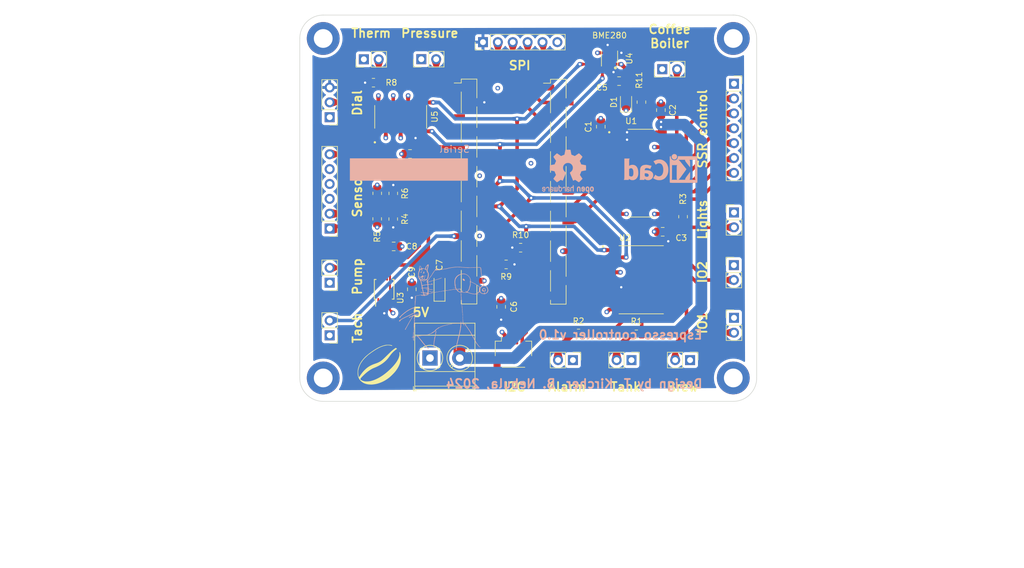
<source format=kicad_pcb>
(kicad_pcb (version 20221018) (generator pcbnew)
  (layers (0 "F.Cu" signal) (1 "In1.Cu" signal) (2 "In2.Cu" signal) (31 "B.Cu" signal) (34 "B.Paste" user) (35 "F.Paste" user) (36 "B.SilkS" user "B.Silkscreen") (37 "F.SilkS" user "F.Silkscreen") (38 "B.Mask" user) (39 "F.Mask" user) (44 "Edge.Cuts" user))
  (net 0 "")
  (net 1 "5V_IN")
  (net 2 "GND")
  (net 3 "+3V3")
  (net 4 "SPI_SCLK")
  (net 5 "Group head thermistor")
  (net 6 "Dial potentiometer")
  (net 7 "Pressurestat")
  (net 8 "Brew button")
  (net 9 "I2C_SDA")
  (net 10 "I2C_SCL")
  (net 11 "Boiler level sensor")
  (net 12 "Tank level sensor")
  (net 13 "Alarm LED")
  (net 14 "Tank LED")
  (net 15 "SPI_CS")
  (net 16 "SPI_MOSI")
  (net 17 "SPI_MISO")
  (net 18 "Net-(J3-Pin_2)")
  (net 19 "Net-(J4-Pin_2)")
  (net 20 "Fill valve control")
  (net 21 "Water valve control")
  (net 22 "Steam boiler control")
  (net 23 "Water pump control")
  (net 24 "Brew lights")
  (net 25 "Coffee boiler control")
  (net 26 "Net-(J2-Pin_2)")
  (net 30 "Net-(J11-~D3)")
  (net 31 "Net-(J11-D4)")
  (net 32 "Net-(J11-~D5)")
  (net 33 "Net-(J11-~D6)")
  (net 34 "Net-(J11-D7)")
  (net 35 "Net-(J11-D8)")
  (net 36 "Net-(J11-~D9)")
  (net 38 "I{slash}O interrupt")
  (net 39 "Water pressure sensor")
  (net 43 "Accessory 2")
  (net 45 "Status LED")
  (net 46 "Net-(D1-A)")
  (net 48 "Brew lights control")
  (net 49 "Accessory 1")
  (net 50 "Net-(J19-Pin_2)")
  (net 52 "Net-(J15-Pin_2)")
  (net 53 "Net-(U3-VREF)")
  (net 54 "Pump control")
  (net 56 "Tachometer")
  (footprint "Espresso_footprints:Arduino_Nano_33_IoT_SMD" (layer "F.Cu") (at 138.39 83.41)
    (fp_text reference "J11" hide)
    (fp_text value "~" hide)
  )
  (footprint "Espresso_footprints:Tiger rides horse" (layer "F.Cu") (at 126.493937 104.174905)
    (fp_text reference "REF**" hide)
    (fp_text value "Tiger rides horse")
  )
  (footprint "Connector_PinSocket_2.54mm:PinSocket_1x07_P2.54mm_Vertical" (layer "F.Cu") (at 176 65)
    (fp_text reference "J13" hide)
    (fp_text value "Conn_01x07" hide)
  )
  (footprint "Resistor_SMD:R_0805_2012Metric" (layer "F.Cu") (at 139.575 93.025 180)
    (fp_text reference "R10")
    (fp_text value "4.7k" hide)
  )
  (footprint "Espresso_footprints:SOIC127P600X175-14N" (layer "F.Cu") (at 119.1 70.6625 90)
    (fp_text reference "U5")
    (fp_text value "MCP3428-E_SL" hide)
  )
  (footprint "Capacitor_SMD:C_0805_2012Metric" (layer "F.Cu") (at 163.52 69.51 90)
    (fp_text reference "C2")
    (fp_text value "0.1uF" hide)
  )
  (footprint "Capacitor_Tantalum_SMD:CP_EIA-3216-18_Kemet-A" (layer "F.Cu") (at 125.73 99.85 90)
    (fp_text reference "C7")
    (fp_text value "10uF" hide)
  )
  (footprint "Espresso_footprints:PinHeader_1x02_P2.54mm_Vertical" (layer "F.Cu") (at 163.75 62.52 90)
    (fp_text reference "J1" hide)
    (fp_text value "Conn_01x02" hide)
  )
  (footprint "Espresso_footprints:PinHeader_1x02_P2.54mm_Vertical" (layer "F.Cu") (at 112.81 60.83 90)
    (fp_text reference "J9" hide)
    (fp_text value "Conn_01x02" hide)
  )
  (footprint "Espresso_footprints:PinHeader_1x06_P2.54mm_Vertical_DNP" (layer "F.Cu") (at 133.15 57.9 90)
    (fp_text reference "J8" hide)
    (fp_text value "Conn_01x06" hide)
  )
  (footprint "Resistor_SMD:R_0805_2012Metric" (layer "F.Cu") (at 115.085 88.1 90)
    (fp_text reference "R5")
    (fp_text value "100k" hide)
  )
  (footprint "Resistor_SMD:R_0805_2012Metric" (layer "F.Cu") (at 117.835 83.74 90)
    (fp_text reference "R6")
    (fp_text value "10k" hide)
  )
  (footprint "Espresso_footprints:PinHeader_1x06_P2.54mm_Vertical" (layer "F.Cu") (at 106.975 89.75 180)
    (fp_text reference "J6" hide)
    (fp_text value "Conn_01x06" hide)
  )
  (footprint "Espresso_footprints:SOIC127P1030X265-18N" (layer "F.Cu") (at 160.16 98.5)
    (fp_text reference "U2")
    (fp_text value "MCP23008-E_SO" hide)
  )
  (footprint "Espresso_footprints:PinHeader_1x03_P2.54mm_Vertical" (layer "F.Cu") (at 106.975 70.725 180)
    (fp_text reference "J10" hide)
    (fp_text value "Conn_01x03" hide)
  )
  (footprint "LED_SMD:LED_0805_2012Metric" (layer "F.Cu") (at 157.57 68.1625 90)
    (fp_text reference "D1")
    (fp_text value "LED" hide)
  )
  (footprint "Espresso_footprints:PinHeader_1x02_P2.54mm_Vertical" (layer "F.Cu") (at 175.975 96)
    (fp_text reference "J15" hide)
    (fp_text value "Conn_01x02" hide)
  )
  (footprint "Capacitor_SMD:C_0805_2012Metric" (layer "F.Cu") (at 156.38 64.56)
    (fp_text reference "C5")
    (fp_text value "0.1uF" hide)
  )
  (footprint "Resistor_SMD:R_0805_2012Metric" (layer "F.Cu") (at 117.825 88.12 -90)
    (fp_text reference "R4")
    (fp_text value "10k" hide)
  )
  (footprint "Espresso_footprints:PinHeader_1x02_P2.54mm_Vertical" (layer "F.Cu") (at 176 105)
    (fp_text reference "J19" hide)
    (fp_text value "Conn_01x02" hide)
  )
  (footprint "Resistor_SMD:R_0805_2012Metric" (layer "F.Cu") (at 160.2 68.15 90)
    (fp_text reference "R11")
    (fp_text value "330" hide)
  )
  (footprint "Espresso_footprints:PinHeader_1x02_P2.54mm_Vertical" (layer "F.Cu") (at 122.62 60.81 90)
    (fp_text reference "J14" hide)
    (fp_text value "Conn_01x02" hide)
  )
  (footprint "Capacitor_SMD:C_0805_2012Metric" (layer "F.Cu") (at 136.25 103.125 90)
    (fp_text reference "C6")
    (fp_text value "0.1uF" hide)
  )
  (footprint "Capacitor_SMD:C_0805_2012Metric" (layer "F.Cu") (at 117.9 92.8)
    (fp_text reference "C8")
    (fp_text value "10nF" hide)
  )
  (footprint "Espresso_footprints:PinHeader_1x02_P2.54mm_Vertical" (layer "F.Cu") (at 106.975 99 180)
    (fp_text reference "J16" hide)
    (fp_text value "Conn_01x02" hide)
  )
  (footprint "Resistor_SMD:R_0805_2012Metric" (layer "F.Cu") (at 159.33 107.82)
    (fp_text reference "R1")
    (fp_text value "330" hide)
  )
  (footprint "Espresso_footprints:PinHeader_1x02_P2.54mm_Vertical" (layer "F.Cu") (at 158.5 112.225 -90)
    (fp_text reference "J2" hide)
    (fp_text value "Conn_01x02" hide)
  )
  (footprint "Espresso_footprints:PinHeader_1x02_P2.54mm_Vertical" (layer "F.Cu") (at 148.5 112.225 -90)
    (fp_text reference "J3" hide)
    (fp_text value "Conn_01x02" hide)
  )
  (footprint "Espresso_footprints:PSON65P250X250X100-8N" (layer "F.Cu") (at 154.75 60.7 -90)
    (fp_text reference "U4")
    (fp_text value "BME280")
  )
  (footprint "Capacitor_SMD:C_0805_2012Metric" (layer "F.Cu") (at 120.69 77 180)
    (fp_text reference "C4")
    (fp_text value "0.1uF" hide)
  )
  (footprint "Resistor_SMD:R_0805_2012Metric" (layer "F.Cu") (at 137.1 95.875)
    (fp_text reference "R9")
    (fp_text value "4.7k" hide)
  )
  (footprint "Capacitor_SMD:C_0805_2012Metric" (layer "F.Cu") (at 163.825 90.3 180)
    (fp_text reference "C3")
    (fp_text value "0.1uF" hide)
  )
  (footprint "Package_SO:MSOP-10_3x3mm_P0.5mm" (layer "F.Cu") (at 116.275 100.125 90)
    (fp_text reference "U3")
    (fp_text value "AD5691RxRM" hide)
  )
  (footprint "Espresso_footprints:Terminal_block_01x02" (layer "F.Cu") (at 124.1 111.875)
    (fp_text reference "J12" hide)
    (fp_text value "Screw_Terminal_01x02" hide)
  )
  (footprint "Espresso_footprints:Coffee_bean" (layer "F.Cu") (at 115.675 113.9)
    (fp_text reference "REF**" hide)
    (fp_text value "Coffee_bean")
  )
  (footprint "Espresso_footprints:PinHeader_1x02_P2.54mm_Vertical" (layer "F.Cu") (at 176 87)
    (fp_text reference "J4" hide)
    (fp_text value "Conn_01x02" hide)
  )
  (footprint "Resistor_SMD:R_0805_2012Metric" (layer "F.Cu") (at 114.45 64.825 180)
    (fp_text reference "R8")
    (fp_text value "10k 1%" hide)
  )
  (footprint "Resistor_SMD:R_0805_2012Metric" (layer "F.Cu") (at 167.3 87.725 90)
    (fp_text reference "R3")
    (fp_text value "330" hide)
  )
  (footprint "Connector_JST:JST_SH_SM04B-SRSS-TB_1x04-1MP_P1.00mm_Horizontal" (layer "F.Cu") (at 138.35 110.77)
    (fp_text reference "J7" hide)
    (fp_text value "Conn_01x04" hide)
  )
  (footprint "Espresso_footprints:SOP127P780X200-24N" (layer "F.Cu") (at 160.07 80.28)
    (fp_text reference "U1")
    (fp_text value "~" hide)
  )
  (footprint "Capacitor_SMD:C_0805_2012Metric" (layer "F.Cu") (at 121 100.125 90)
    (fp_text reference "C9")
    (fp_text value "0.1uF" hide)
  )
  (footprint "Resistor_SMD:R_0805_2012Metric" (layer "F.Cu") (at 115.095 83.73 -90)
    (fp_text reference "R7")
    (fp_text value "100k" hide)
  )
  (footprint "Espresso_footprints:PinHeader_1x02_P2.54mm_Vertical" (layer "F.Cu") (at 106.975 108 180)
    (fp_text reference "J17" hide)
    (fp_text value "Conn_01x02" hide)
  )
  (footprint "Capacitor_SMD:C_0805_2012Metric" (layer "F.Cu") (at 153.26 72.35 90)
    (fp_text reference "C1")
    (fp_text value "0.1uF" hide)
  )
  (footprint "Espresso_footprints:PinHeader_1x02_P2.54mm_Vertical" (layer "F.Cu") (at 168.5 112.225 -90)
    (fp_text reference "J5" hide)
    (fp_text value "Conn_01x02" hide)
  )
  (footprint "Resistor_SMD:R_0805_2012Metric" (layer "F.Cu") (at 149.46 107.67)
    (fp_text reference "R2")
    (fp_text value "330" hide)
  )
  (footprint "Symbol:KiCad-Logo_5mm_SilkScreen" (layer "B.Cu") (at 163.475 80 180)
    (fp_text reference "REF**" hide)
    (fp_text value "KiCad-Logo_5mm_SilkScreen" hide)
  )
  (footprint "Symbol:OSHW-Logo2_9.8x8mm_SilkScreen" (layer "B.Cu") (at 147.65 80 180)
    (fp_text reference "REF**" hide)
    (fp_text value "OSHW-Logo2_9.8x8mm_SilkScreen" hide)
  )
  (gr_rect (start 110.5 77.825) (end 130.5 81.5) (stroke (width 0.15)) (fill solid) (layer "B.SilkS"))
  (gr_arc (start 175.875 53.275) (mid 178.703428 54.446572) (end 179.875 57.275) (stroke (width 0.1)) (layer "Edge.Cuts"))
  (gr_arc (start 101.875 57.275) (mid 103.046572 54.446572) (end 105.875 53.275) (stroke (width 0.1)) (layer "Edge.Cuts"))
  (gr_line (start 101.875 57.275) (end 101.875 115.275) (stroke (width 0.1)) (layer "Edge.Cuts"))
  (gr_line (start 105.875 53.275) (end 175.875 53.275) (stroke (width 0.1)) (layer "Edge.Cuts"))
  (gr_line (start 105.875 119.275) (end 175.875 119.275) (stroke (width 0.1)) (layer "Edge.Cuts"))
  (gr_arc (start 179.875 115.275) (mid 178.703428 118.103428) (end 175.875 119.275) (stroke (width 0.1)) (layer "Edge.Cuts"))
  (gr_arc (start 105.875 119.275) (mid 103.046572 118.103428) (end 101.875 115.275) (stroke (width 0.1)) (layer "Edge.Cuts"))
  (gr_line (start 179.875 57.275) (end 179.875 115.275) (stroke (width 0.1)) (layer "Edge.Cuts"))
  (gr_text "Design by T. Kircher, B. Nebula, 2024" (at 170.775 117.15) (layer "B.SilkS") (effects (font (size 1.5 1.5) (thickness 0.3) bold) (justify left bottom mirror)))
  (gr_text "Serial" (at 131 76.875) (layer "B.SilkS") (effects (font (size 1.2 1.2)) (justify left bottom mirror)))
  (gr_text "Espresso controller v1.0" (at 170.75 108.775) (layer "B.SilkS") (effects (font (size 1.5 1.5) (thickness 0.3) bold) (justify left bottom mirror)))
  (gr_text "Alarm" (at 144.125 117.675) (layer "F.SilkS") (effects (font (size 1.5 1.5) (thickness 0.3) bold) (justify left bottom)))
  (gr_text "5V" (at 121 104.95) (layer "F.SilkS") (effects (font (size 1.5 1.5) (thickness 0.3) bold) (justify left bottom)))
  (gr_text "Tach" (at 112.575 109.5 90) (layer "F.SilkS") (effects (font (size 1.5 1.5) (thickness 0.3) bold) (justify left bottom)))
  (gr_text locked "IO1" (at 171.5 107.925 90) (layer "F.SilkS") (effects (font (size 1.5 1.5) (thickness 0.3) bold) (justify left bottom)))
  (gr_text locked "Lights" (at 171.5 91.775 90) (layer "F.SilkS") (effects (font (size 1.5 1.5) (thickness 0.3) bold) (justify left bottom)))
  (gr_text "Pressure" (at 119 57.25) (layer "F.SilkS") (effects (font (size 1.5 1.5) (thickness 0.3) bold) (justify left bottom)))
  (gr_text "Tank" (at 154.75 117.675) (layer "F.SilkS") (effects (font (size 1.5 1.5) (thickness 0.3) bold) (justify left bottom)))
  (gr_text "Therm" (at 110.5 57.25) (layer "F.SilkS") (effects (font (size 1.5 1.5) (thickness 0.3) bold) (justify left bottom)))
  (gr_text locked "Sensors" (at 112.575 88 90) (layer "F.SilkS") (effects (font (size 1.5 1.5) (thickness 0.3) bold) (justify left bottom)))
  (gr_text "I2C" (at 136.525 117.675) (layer "F.SilkS") (effects (font (size 1.5 1.5) (thickness 0.3) bold) (justify left bottom)))
  (gr_text "Brew" (at 164.375 117.675) (layer "F.SilkS") (effects (font (size 1.5 1.5) (thickness 0.3) bold) (justify left bottom)))
  (gr_text locked "SSR control" (at 171.5 79.625 90) (layer "F.SilkS") (effects (font (size 1.5 1.5) (thickness 0.3) bold) (justify left bottom)))
  (gr_text locked "IO2" (at 171.5 99.25 90) (layer "F.SilkS") (effects (font (size 1.5 1.5) (thickness 0.3) bold) (justify left bottom)))
  (gr_text "Pump" (at 112.575 101.25 90) (layer "F.SilkS") (effects (font (size 1.5 1.5) (thickness 0.3) bold) (justify left bottom)))
  (gr_text "Coffee\nBoiler" (at 165 59) (layer "F.SilkS") (effects (font (size 1.5 1.5) (thickness 0.3) bold) (justify bottom)))
  (gr_text "Dial" (at 112.575 70.65 90) (layer "F.SilkS") (effects (font (size 1.5 1.5) (thickness 0.3) bold) (justify left bottom)))
  (gr_text "SPI" (at 137.4 62.775) (layer "F.SilkS") (effects (font (size 1.5 1.5) (thickness 0.3) bold) (justify left bottom)))
  (segment (start 129.115 101.2) (end 129.12 101.205) (width 1.6) (layer "F.Cu") (net 1))
  (segment (start 115.275 102.325) (end 115.275 105.275) (width 0.3) (layer "F.Cu") (net 1))
  (segment (start 115.275 105.275) (end 116 106) (width 1) (layer "F.Cu") (net 1))
  (segment (start 116 106) (end 120.93 106) (width 1) (layer "F.Cu") (net 1))
  (segment (start 163.52 70.46) (end 163.52 73.28) (width 1) (layer "F.Cu") (net 1))
  (segment (start 125.73 101.2) (end 129.115 101.2) (width 2) (layer "F.Cu") (net 1))
  (segment (start 129.12 101.205) (end 129.12 105.325) (width 2) (layer "F.Cu") (net 1))
  (segment (start 163.52 73.28) (end 163.535 73.295) (width 1) (layer "F.Cu") (net 1))
  (segment (start 163.535 74.565) (end 163.535 73.295) (width 0.6) (layer "F.Cu") (net 1))
  (segment (start 120.93 106) (end 125.73 101.2) (width 1) (layer "F.Cu") (net 1))
  (segment (start 129.12 105.325) (end 129.12 111.815) (width 2) (layer "F.Cu") (net 1))
  (via (at 163.54 72.4) (size 0.8) (drill 0.4) (layers "F.Cu" "B.Cu") (net 1))
  (via (at 163.55 71.53) (size 0.8) (drill 0.4) (layers "F.Cu" "B.Cu") (net 1))
  (segment (start 138.475 111.875) (end 129.18 111.875) (width 2) (layer "B.Cu") (net 1))
  (segment (start 170.425 103.275) (end 166.325 107.375) (width 2) (layer "B.Cu") (net 1))
  (segment (start 170.425 74.925) (end 170.425 103.275) (width 2) (layer "B.Cu") (net 1))
  (segment (start 167.5 72) (end 170.425 74.925) (width 2) (layer "B.Cu") (net 1))
  (segment (start 142.975 107.375) (end 138.475 111.875) (width 2) (layer "B.Cu") (net 1))
  (segment (start 166.325 107.375) (end 142.975 107.375) (width 2) (layer "B.Cu") (net 1))
  (segment (start 163.56 72) (end 167.5 72) (width 2) (layer "B.Cu") (net 1))
  (segment (start 156.625 97.225) (end 155.555 97.225) (width 0.6) (layer "F.Cu") (net 2))
  (segment (start 116.56 73.1175) (end 116.56 74.2725) (width 0.6) (layer "F.Cu") (net 2))
  (segment (start 163.535 75.835) (end 162.405 75.835) (width 0.6) (layer "F.Cu") (net 2))
  (segment (start 162.4 90.3) (end 162.375 90.275) (width 0.6) (layer "F.Cu") (net 2))
  (segment (start 120.37 73.1175) (end 119.1 73.1175) (width 0.6) (layer "F.Cu") (net 2))
  (segment (start 156.745 61.67) (end 156.75 61.675) (width 0.4) (layer "F.Cu") (net 2))
  (segment (start 120.37 67.0325) (end 120.375 67.0275) (width 0.6) (layer "F.Cu") (net 2))
  (segment (start 155.725 61) (end 155.075 60.35) (width 0.4) (layer "F.Cu") (net 2))
  (segment (start 121 99.175) (end 121 98.675) (width 0.6) (layer "F.Cu") (net 2))
  (segment (start 118.85 92.8) (end 119.35 92.8) (width 0.6) (layer "F.Cu") (net 2))
  (segment (start 162.875 90.3) (end 162.4 90.3) (width 0.6) (layer "F.Cu") (net 2))
  (segment (start 154.275 104) (end 154.695 103.58) (width 0.6) (layer "F.Cu") (net 2))
  (segment (start 115.095 82.8175) (end 115.095 82.3) (width 0.6) (layer "F.Cu") (net 2))
  (segment (start 117.275 97.925) (end 117.275 102.325) (width 0.3) (layer "F.Cu") (net 2))
  (segment (start 116.56 74.2725) (end 116.555 74.2775) (width 0.6) (layer "F.Cu") (net 2))
  (segment (start 162.405 75.835) (end 162.4 75.83) (width 0.6) (layer "F.Cu") (net 2))
  (segment (start 115.29 68.2075) (end 115.29 67.0325) (width 0.6) (layer "F.Cu") (net 2))
  (segment (start 155.555 97.225) (end 155.55 97.23) (width 0.6) (layer "F.Cu") (net 2))
  (segment (start 115.29 67.0325) (end 115.295 67.0275) (width 0.6) (layer "F.Cu") (net 2))
  (segment (start 121.64 68.2075) (end 120.37 68.2075) (width 0.6) (layer "F.Cu") (net 2))
  (segment (start 136.25 101.675) (end 136.25 102.175) (width 0.6) (layer "F.Cu") (net 2))
  (segment (start 119.1 73.1175) (end 119.1 74.2925) (width 0.6) (layer "F.Cu") (net 2))
  (segment (start 132.42 98.665) (end 125.895 98.665) (width 1) (layer "F.Cu") (net 2))
  (segment (start 163.535 87.265) (end 162.405 87.265) (width 0.6) (layer "F.Cu") (net 2))
  (segment (start 117.8 104.2) (end 117.275 103.675) (width 0.3) (layer "F.Cu") (net 2))
  (segment (start 136.85 107.88) (end 136.85 108.77) (width 0.6) (layer "F.Cu") (net 2))
  (segment (start 156.605 85.995) (end 156.605 87.265) (width 0.6) (layer "F.Cu") (net 2))
  (segment (start 136.395 107.425) (end 136.85 107.88) (width 0.6) (layer "F.Cu") (net 2))
  (segment (start 155.55 98.5) (end 155.55 97.23) (width 0.6) (layer "F.Cu") (net 2))
  (segment (start 155.075 60.35) (end 155.075 59.73) (width 0.4) (layer "F.Cu") (net 2))
  (segment (start 146.71 93.61) (end 147.66 93.61) (width 0.6) (layer "F.Cu") (net 2))
  (segment (start 154.695 103.58) (end 155.55 103.58) (width 0.6) (layer "F.Cu") (net 2))
  (segment (start 155.55 95.96) (end 155.55 97.23) (width 0.6) (layer "F.Cu") (net 2))
  (segment (start 162.405 87.265) (end 162.4 87.26) (width 0.6) (layer "F.Cu") (net 2))
  (segment (start 119.1 74.2925) (end 119.105 74.2975) (width 0.6) (layer "F.Cu") (net 2))
  (segment (start 155.725 61.67) (end 156.745 61.67) (width 0.4) (layer "F.Cu") (net 2))
  (segment (start 132.42 98.665) (end 133.365 98.665) (width 0.6) (layer "F.Cu") (net 2))
  (segment (start 133.365 98.665) (end 133.375 98.675) (width 0.6) (layer "F.Cu") (net 2))
  (segment (start 157.57 69.1) (end 157.57 69.5925) (width 0.6) (layer "F.Cu") (net 2))
  (segment (start 152.68 59.73) (end 153.775 59.73) (width 0.4) (layer "F.Cu") (net 2))
  (segment (start 157.33 62.255) (end 156.75 61.675) (width 0.6) (layer "F.Cu") (net 2))
  (segment (start 115.085 89.0125) (end 115.085 89.53) (width 0.6) (layer "F.Cu") (net 2))
  (segment (start 117.275 103.675) (end 117.275 102.325) (width 0.3) (layer "F.Cu") (net 2))
  (segment (start 120.37 68.2075) (end 120.37 67.0325) (width 0.6) (layer "F.Cu") (net 2))
  (segment (start 157.33 64.56) (end 157.33 62.255) (width 0.6) (layer "F.Cu") (net 2))
  (segment (start 116.775 102.325) (end 117.275 102.325) (width 0.3) (layer "F.Cu") (net 2))
  (segment (start 155.725 61.67) (end 155.725 61) (width 0.4) (layer "F.Cu") (net 2))
  (via (at 153.26 70.91) (size 0.8) (drill 0.4) (layers "F.Cu" "B.Cu") (net 2))
  (via (at 162.4 87.26) (size 0.8) (drill 0.4) (layers "F.Cu" "B.Cu") (net 2))
  (via (at 115.295 67.0275) (size 0.8) (drill 0.4) (layers "F.Cu" "B.Cu") (net 2))
  (via (at 141.34 78.59) (size 0.8) (drill 0.4) (layers "F.Cu" "B.Cu") (net 2))
  (via (at 119.35 92.8) (size 0.8) (drill 0.4) (layers "F.Cu" "B.Cu") (net 2))
  (via (at 152.68 59.73) (size 0.8) (drill 0.4) (layers "F.Cu" "B.Cu") (net 2))
  (via (at 105.875 115.275) (size 5.6) (drill 3.2) (layers "F.Cu" "B.Cu") (net 2))
  (via (at 156.75 61.675) (size 0.8) (drill 0.4) (layers "F.Cu" "B.Cu") (net 2))
  (via (at 132.57 91.01) (size 0.8) (drill 0.4) (layers "F.Cu" "B.Cu") (net 2))
  (via (at 175.875 57.275) (size 5.6) (drill 3.2) (layers "F.Cu" "B.Cu") (net 2))
  (via (at 132.58 80.73) (size 0.8) (drill 0.4) (layers "F.Cu" "B.Cu") (net 2))
  (via (at 156.625 97.225) (size 0.8) (drill 0.4) (layers "F.Cu" "B.Cu") (net 2))
  (via (at 157.57 69.5925) (size 0.8) (drill 0.4) (layers "F.Cu" "B.Cu") (net 2))
  (via (at 157.64 87.26) (size 0.8) (drill 0.4) (layers "F.Cu" "B.Cu") (net 2))
  (via (at 105.875 57.275) (size 5.6) (drill 3.2) (layers "F.Cu" "B.Cu") (net 2))
  (via (at 117.83 67.02) (size 0.8) (drill 0.4) (layers "F.Cu" "B.Cu") (net 2))
  (via (at 135.67 65.76) (size 0.8) (drill 0.4) (layers "F.Cu" "B.Cu") (net 2))
  (via (at 120.375 67.0275) (size 0.8) (drill 0.4) (layers "F.Cu" "B.Cu") (net 2))
  (via (at 136.25 101.675) (size 0.8) (drill 0.4) (layers "F.Cu" "B.Cu") (net 2))
  (via (at 162.375 90.275) (size 0.8) (drill 0.4) (layers "F.Cu" "B.Cu") (net 2))
  (via (at 163.52 68.07) (size 0.8) (drill 0.4) (layers "F.Cu" "B.Cu") (net 2))
  (via (at 136.395 107.425) (size 0.8) (drill 0.4) (layers "F.Cu" "B.Cu") (net 2))
  (via (at 117.8 104.2) (size 0.8) (drill 0.4) (layers "F.Cu" "B.Cu") (net 2))
  (via (at 162.4 75.83) (size 0.8) (drill 0.4) (layers "F.Cu" "B.Cu") (net 2))
  (via (at 175.875 115.275) (size 5.6) (drill 3.2) (layers "F.Cu" "B.Cu") (net 2))
  (via (at 115.085 89.53) (size 0.8) (drill 0.4) (layers "F.Cu" "B.Cu") (net 2))
  (via (at 119.24 77) (size 0.8) (drill 0.4) (layers "F.Cu" "B.Cu") (net 2))
  (via (at 121 98.675) (size 0.8) (drill 0.4) (layers "F.Cu" "B.Cu") (net 2))
  (via (at 133.375 98.675) (size 0.8) (drill 0.4) (layers "F.Cu" "B.Cu") (net 2))
  (via (at 146.71 93.61) (size 0.8) (drill 0.4) (layers "F.Cu" "B.Cu") (net 2))
  (via (at 116.555 74.2775) (size 0.8) (drill 0.4) (layers "F.Cu" "B.Cu") (net 2))
  (via (at 119.105 74.2975) (size 0.8) (drill 0.4) (layers "F.Cu" "B.Cu") (net 2))
  (via (at 154.275 104) (size 0.8) (drill 0.4) (layers "F.Cu" "B.Cu") (net 2))
  (via (at 115.095 82.3) (size 0.8) (drill 0.4) (layers "F.Cu" "B.Cu") (net 2))
  (segment (start 156.605 74.565) (end 156.605 73.295) (width 0.6) (layer "F.Cu") (net 3))
  (segment (start 155.43 63.02) (end 155.075 62.665) (width 0.4) (layer "F.Cu") (net 3))
  (segment (start 154.425 59.73) (end 154.425 58.385) (width 0.4) (layer "F.Cu") (net 3))
  (segment (start 138.6625 93.025) (end 138.175 93.025) (width 0.6) (layer "F.Cu") (net 3))
  (segment (start 164.77 91.93) (end 164.775 91.925) (width 0.6) (layer "F.Cu") (net 3))
  (segment (start 121.64 73.1175) (end 121.64 74.2825) (width 0.6) (layer "F.Cu") (net 3))
  (segment (start 154.425 58.385) (end 154.43 58.38) (width 0.4) (layer "F.Cu") (net 3))
  (segment (start 155.075 62.665) (end 155.075 61.67) (width 0.4) (layer "F.Cu") (net 3))
  (segment (start 155.43 63.02) (end 155.43 64.56) (width 0.6) (layer "F.Cu") (net 3))
  (segment (start 156.77 59.73) (end 156.775 59.725) (width 0.4) (layer "F.Cu") (net 3))
  (segment (start 157.74 73.3) (end 156.61 73.3) (width 1) (layer "F.Cu") (net 3))
  (segment (start 132.42 68.185) (end 133.375 68.185) (width 0.6) (layer "F.Cu") (net 3))
  (segment (start 153.26 73.3) (end 156.6 73.3) (width 1) (layer "F.Cu") (net 3))
  (segment (start 155.725 59.73) (end 156.77 59.73) (width 0.4) (layer "F.Cu") (net 3))
  (segment (start 136.25 105.32) (end 137.85 106.92) (width 0.6) (layer "F.Cu") (net 3))
  (segment (start 164.77 93.42) (end 164.77 91.93) (width 0.6) (layer "F.Cu") (net 3))
  (segment (start 136.25 105.32) (end 136.25 104.075) (width 0.6) (layer "F.Cu") (net 3))
  (segment (start 137.85 106.92) (end 137.85 108.77) (width 0.6) (layer "F.Cu") (net 3))
  (segment (start 138.0125 95.875) (end 138.525 95.875) (width 0.6) (layer "F.Cu") (net 3))
  (segment (start 157.735 74.565) (end 157.74 74.57) (width 0.6) (layer "F.Cu") (net 3))
  (segment (start 138.175 93.025) (end 138.15 93) (width 0.6) (layer "F.Cu") (net 3))
  (segment (start 117.825 89.0325) (end 117.825 89.55) (width 0.6) (layer "F.Cu") (net 3))
  (segment (start 156.6 73.3) (end 156.605 73.295) (width 1) (layer "F.Cu") (net 3))
  (segment (start 155.55 99.77) (end 156.745 99.77) (width 0.6) (layer "F.Cu") (net 3))
  (segment (start 121.64 74.2925) (end 121.635 74.2875) (width 0.6) (layer "F.Cu") (net 3))
  (segment (start 121 101.075) (end 121 101.575) (width 0.6) (layer "F.Cu") (net 3))
  (segment (start 116.3 104.225) (end 116.275 104.2) (width 0.3) (layer "F.Cu") (net 3))
  (segment (start 156.745 99.77) (end 156.75 99.775) (width 0.6) (layer "F.Cu") (net 3))
  (segment (start 156.61 73.3) (end 156.605 73.295) (width 1) (layer "F.Cu") (net 3))
  (segment (start 133.375 68.185) (end 133.38 68.18) (width 0.6) (layer "F.Cu") (net 3))
  (segment (start 116.275 104.2) (end 116.275 102.325) (width 0.3) (layer "F.Cu") (net 3))
  (segment (start 164.775 90.3) (end 164.775 91.925) (width 0.6) (layer "F.Cu") (net 3))
  (segment (start 113.5375 64.825) (end 113.025 64.825) (width 0.6) (layer "F.Cu") (net 3))
  (segment (start 121.64 74.2825) (end 121.635 74.2875) (width 0.6) (layer "F.Cu") (net 3))
  (segment (start 156.605 74.565) (end 157.735 74.565) (width 0.6) (layer "F.Cu") (net 3))
  (segment (start 115.775 102.325) (end 116.275 102.325) (width 0.3) (layer "F.Cu") (net 3))
  (segment (start 117.835 82.8275) (end 117.835 82.31) (width 0.6) (layer "F.Cu") (net 3))
  (segment (start 121.64 77) (end 121.64 74.2925) (width 0.6) (layer "F.Cu") (net 3))
  (via (at 117.835 82.31) (size 0.8) (drill 0.4) (layers "F.Cu" "B.Cu") (net 3))
  (via (at 164.775 91.925) (size 0.8) (drill 0.4) (layers "F.Cu" "B.Cu") (net 3))
  (via (at 136.25 105.32) (size 0.8) (drill 0.4) (layers "F.Cu" "B.Cu") (net 3))
  (via (at 116.3 104.225) (size 0.8) (drill 0.4) (layers "F.Cu" "B.Cu") (net 3))
  (via (at 157.74 74.57) (size 0.8) (drill 0.4) (layers "F.Cu" "B.Cu") (net 3))
  (via (at 156.75 99.775) (size 0.8) (drill 0.4) (layers "F.Cu" "B.Cu") (net 3))
  (via (at 138.15 93) (size 0.8) (drill 0.4) (layers "F.Cu" "B.Cu") (net 3))
  (via (at 157.74 73.3) (size 0.8) (drill 0.4) (layers "F.Cu" "B.Cu") (net 3))
  (via (at 133.38 68.18) (size 0.8) (drill 0.4) (layers "F.Cu" "B.Cu") (net 3))
  (via (at 117.825 89.55) (size 0.8) (drill 0.4) (layers "F.Cu" "B.Cu") (net 3))
  (via (at 121 101.575) (size 0.8) (drill 0.4) (layers "F.Cu" "B.Cu") (net 3))
  (via (at 121.635 74.2875) (size 0.8) (drill 0.4) (layers "F.Cu" "B.Cu") (net 3))
  (via (at 155.43 63.02) (size 0.8) (drill 0.4) (layers "F.Cu" "B.Cu") (net 3))
  (via (at 113.025 64.825) (size 0.8) (drill 0.4) (layers "F.Cu" "B.Cu") (net 3))
  (via (at 138.525 95.875) (size 0.8) (drill 0.4) (layers "F.Cu" "B.Cu") (net 3))
  (via (at 154.43 58.38) (size 0.8) (drill 0.4) (layers "F.Cu" "B.Cu") (net 3))
  (via (at 156.775 59.725) (size 0.8) (drill 0.4) (layers "F.Cu" "B.Cu") (net 3))
  (segment (start 135.69 61.48) (end 135.69 57.9) (width 0.6) (layer "F.Cu") (net 4))
  (segment (start 129.12 65.645) (end 131.525 65.645) (width 0.6) (layer "F.Cu") (net 4))
  (segment (start 131.525 65.645) (end 135.69 61.48) (width 0.6) (layer "F.Cu") (net 4))
  (segment (start 116.56 66.0225) (end 115.3625 64.825) (width 0.6) (layer "F.Cu") (net 5))
  (segment (start 115.3625 64.825) (end 115.3625 60.8425) (width 0.6) (layer "F.Cu") (net 5))
  (segment (start 116.56 68.2075) (end 116.56 66.0225) (width 0.6) (layer "F.Cu") (net 5))
  (segment (start 106.975 68.185) (end 109.185 68.185) (width 0.6) (layer "F.Cu") (net 6))
  (segment (start 115.29 71.79) (end 115.29 73.1175) (width 0.6) (layer "F.Cu") (net 6))
  (segment (start 109.185 68.185) (end 111.935 70.935) (width 0.6) (layer "F.Cu") (net 6))
  (segment (start 111.935 70.935) (end 114.435 70.935) (width 0.6) (layer "F.Cu") (net 6))
  (segment (start 114.435 70.935) (end 115.29 71.79) (width 0.6) (layer "F.Cu") (net 6))
  (segment (start 122.175 79.35) (end 125.72 75.805) (width 0.6) (layer "F.Cu") (net 7))
  (segment (start 106.975 77.05) (end 112.525 77.05) (width 0.6) (layer "F.Cu") (net 7))
  (segment (start 125.72 75.805) (end 129.12 75.805) (width 0.6) (layer "F.Cu") (net 7))
  (segment (start 112.525 77.05) (end 114.825 79.35) (width 0.6) (layer "F.Cu") (net 7))
  (segment (start 114.825 79.35) (end 122.175 79.35) (width 0.6) (layer "F.Cu") (net 7))
  (segment (start 167.89 102.415) (end 167.89 107.46) (width 0.6) (layer "F.Cu") (net 8))
  (segment (start 166.515 101.04) (end 167.89 102.415) (width 0.6) (layer "F.Cu") (net 8))
  (segment (start 165.96 109.39) (end 165.96 112.225) (width 0.6) (layer "F.Cu") (net 8))
  (segment (start 164.77 101.04) (end 166.515 101.04) (width 0.6) (layer "F.Cu") (net 8))
  (segment (start 167.89 107.46) (end 165.96 109.39) (width 0.6) (layer "F.Cu") (net 8))
  (segment (start 136.04 81.63) (end 134.245 83.425) (width 0.6) (layer "F.Cu") (net 9))
  (segment (start 157.6 94.675) (end 155.565 94.675) (width 0.6) (layer "F.Cu") (net 9))
  (segment (start 117.15 94.65) (end 120.3 94.65) (width 0.6) (layer "F.Cu") (net 9))
  (segment (start 136.04 75.35) (end 136.04 81.63) (width 0.6) (layer "F.Cu") (net 9))
  (segment (start 116.275 95.525) (end 117.15 94.65) (width 0.3) (layer "F.Cu") (net 9))
  (segment (start 138.85 108.77) (end 138.85 101.025) (width 0.6) (layer "F.Cu") (net 9))
  (segment (start 124.45 73.125) (end 122.9175 73.125) (width 0.6) (layer "F.Cu") (net 9))
  (segment (start 141.375 84.525) (end 136.1875 89.7125) (width 0.6) (layer "F.Cu") (net 9))
  (segment (start 120.3 94.65) (end 122.275 92.675) (width 0.6) (layer "F.Cu") (net 9))
  (segment (start 153.525 63.265) (end 154.425 62.365) (width 0.4) (layer "F.Cu") (net 9))
  (segment (start 136.1875 98.3625) (end 136.1875 95.875) (width 0.6) (layer "F.Cu") (net 9))
  (segment (start 127.675 83.425) (end 132.42 83.425) (width 0.6) (layer "F.Cu") (net 9))
  (segment (start 116.275 97.925) (end 116.275 95.525) (width 0.3) (layer "F.Cu") (net 9))
  (segment (start 134.245 83.425) (end 132.42 83.425) (width 0.6) (layer "F.Cu") (net 9))
  (segment (start 136.1875 89.7125) (end 136.1875 95.875) (width 0.6) (layer "F.Cu") (net 9))
  (segment (start 154.425 62.365) (end 154.425 61.67) (width 0.4) (layer "F.Cu") (net 9))
  (segment (start 155.565 94.675) (end 155.55 94.69) (width 0.6) (layer "F.Cu") (net 9))
  (segment (start 122.9175 73.125) (end 122.91 73.1175) (width 0.6) (layer "F.Cu") (net 9))
  (segment (start 138.85 101.025) (end 136.1875 98.3625) (width 0.6) (layer "F.Cu") (net 9))
  (segment (start 122.275 92.675) (end 122.275 88.825) (width 0.6) (layer "F.Cu") (net 9))
  (segment (start 122.275 88.825) (end 127.675 83.425) (width 0.6) (layer "F.Cu") (net 9))
  (segment (start 153.525 64.115) (end 153.525 63.265) (width 0.4) (layer "F.Cu") (net 9))
  (via (at 136.04 81.63) (size 0.8) (drill 0.4) (layers "F.Cu" "B.Cu") (net 9))
  (via (at 136.04 75.35) (size 0.8) (drill 0.4) (layers "F.Cu" "B.Cu") (net 9))
  (via (at 141.375 84.525) (size 0.8) (drill 0.4) (layers "F.Cu" "B.Cu") (net 9))
  (via (at 157.6 94.675) (size 0.8) (drill 0.4) (layers "F.Cu" "B.Cu") (net 9))
  (via (at 153.525 64.115) (size 0.8) (drill 0.4) (layers "F.Cu" "B.Cu") (net 9))
  (via (at 124.45 73.125) (size 0.8) (drill 0.4) (layers "F.Cu" "B.Cu") (net 9))
  (segment (start 157.6 91.25) (end 150.875 84.525) (width 0.6) (layer "B.Cu") (net 9))
  (segment (start 157.6 94.675) (end 157.6 91.25) (width 0.6) (layer "B.Cu") (net 9))
  (segment (start 138.48 81.63) (end 136.04 81.63) (width 0.6) (layer "B.Cu") (net 9))
  (segment (start 153.525 64.115) (end 153.525 63.965) (width 0.4) (layer "B.Cu") (net 9))
  (segment (start 141.375 84.525) (end 138.48 81.63) (width 0.6) (layer "B.Cu") (net 9))
  (segment (start 150.875 84.525) (end 141.375 84.525) (width 0.6) (layer "B.Cu") (net 9))
  (segment (start 126.675 75.35) (end 124.45 73.125) (width 0.6) (layer "B.Cu") (net 9))
  (segment (start 136.04 75.35) (end 126.675 75.35) (width 0.6) (layer "B.Cu") (net 9))
  (segment (start 142.29 75.35) (end 153.525 64.115) (width 0.6) (layer "B.Cu") (net 9))
  (segment (start 136.04 75.35) (end 142.29 75.35) (width 0.6) (layer "B.Cu") (net 9))
  (segment (start 129.12 85.965) (end 135.9175 85.965) (width 0.6) (layer "F.Cu") (net 10))
  (segment (start 116.775 96.625) (end 117.425 95.975) (width 0.3) (layer "F.Cu") (net 10))
  (segment (start 140.5125 93.05) (end 140.5125 107.4875) (width 0.6) (layer "F.Cu") (net 10))
  (segment (start 123.825 93.175) (end 123.825 89.625) (width 0.6) (layer "F.Cu") (net 10))
  (segment (start 117.425 95.975) (end 121.025 95.975) (width 0.6) (layer "F.Cu") (net 10))
  (segment (start 140.5125 93) (end 140.5125 89.3875) (width 0.6) (layer "F.Cu") (net 10))
  (segment (start 127.485 85.965) (end 129.12 85.965) (width 0.6) (layer "F.Cu") (net 10))
  (segment (start 116.775 97.925) (end 116.775 96.625) (width 0.3) (layer "F.Cu") (net 10))
  (segment (start 140.5125 89.3875) (end 140.525 89.375) (width 0.6) (layer "F.Cu") (net 10))
  (segment (start 149.68 61.67) (end 153.775 61.67) (width 0.4) (layer "F.Cu") (net 10))
  (segment (start 155.545 93.425) (end 155.55 93.42) (width 0.6) (layer "F.Cu") (net 10))
  (segment (start 139.85 108.15) (end 139.85 108.77) (width 0.6) (layer "F.Cu") (net 10))
  (segment (start 123.825 89.625) (end 127.485 85.965) (width 0.6) (layer "F.Cu") (net 10))
  (segment (start 138.975 71) (end 138.975 82.9525) (width 0.6) (layer "F.Cu") (net 10))
  (segment (start 149.675 61.675) (end 149.68 61.67) (width 0.4) (layer "F.Cu") (net 10))
  (segment (start 124.6425 68.2075) (end 124.65 68.2) (width 0.6) (layer "F.Cu") (net 10))
  (segment (start 122.91 68.2075) (end 124.6425 68.2075) (width 0.6) (layer "F.Cu") (net 10))
  (segment (start 153.825 93.425) (end 155.545 93.425) (width 0.6) (layer "F.Cu") (net 10))
  (segment (start 121.025 95.975) (end 123.825 93.175) (width 0.6) (layer "F.Cu") (net 10))
  (segment (start 138.975 82.9525) (end 135.9525 85.975) (width 0.6) (layer "F.Cu") (net 10))
  (segment (start 140.5125 107.4875) (end 139.85 108.15) (width 0.6) (layer "F.Cu") (net 10))
  (via (at 149.675 61.675) (size 0.8) (drill 0.4) (layers "F.Cu" "B.Cu") (net 10))
  (via (at 140.525 89.375) (size 0.8) (drill 0.4) (layers "F.Cu" "B.Cu") (net 10))
  (via (at 138.975 71) (size 0.8) (drill 0.4) (layers "F.Cu" "B.Cu") (net 10))
  (via (at 124.65 68.2) (size 0.8) (drill 0.4) (layers "F.Cu" "B.Cu") (net 10))
  (via (at 135.9525 85.975) (size 0.8) (drill 0.4) (layers "F.Cu" "B.Cu") (net 10))
  (via (at 153.825 93.425) (size 0.8) (drill 0.4) (layers "F.Cu" "B.Cu") (net 10))
  (segment (start 128.425 71) (end 125.625 68.2) (width 0.6) (layer "B.Cu") (net 10))
  (segment (start 152.725 93.425) (end 148.675 89.375) (width 0.6) (layer "B.Cu") (net 10))
  (segment (start 138.975 71) (end 128.425 71) (width 0.6) (layer "B.Cu") (net 10))
  (segment (start 153.825 93.425) (end 152.725 93.425) (width 0.6) (layer "B.Cu") (net 10))
  (segment (start 140.35 71) (end 138.975 71) (width 0.6) (layer "B.Cu") (net 10))
  (segment (start 140.525 89.375) (end 139.3525 89.375) (width 0.6) (layer "B.Cu") (net 10))
  (segment (start 148.675 89.375) (end 140.525 89.375) (width 0.6) (layer "B.Cu") (net 10))
  (segment (start 125.625 68.2) (end 124.65 68.2) (width 0.6) (layer "B.Cu") (net 10))
  (segment (start 149.675 61.675) (end 140.35 71) (width 0.6) (layer "B.Cu") (net 10))
  (segment (start 139.3525 89.375) (end 135.9525 85.975) (width 0.6) (layer "B.Cu") (net 10))
  (segment (start 108.865 87.21) (end 111.4325 84.6425) (width 1) (layer "F.Cu") (net 11))
  (segment (start 126.455 78.345) (end 120.1475 84.6525) (width 1) (layer "F.Cu") (net 11))
  (segment (start 132.42 78.345) (end 126.455 78.345) (width 1) (layer "F.Cu") (net 11))
  (segment (start 120.1475 84.6525) (end 117.835 84.6525) (width 1) (layer "F.Cu") (net 11))
  (segment (start 106.975 87.21) (end 108.865 87.21) (width 1) (layer "F.Cu") (net 11))
  (segment (start 117.835 84.6525) (end 115.105 84.6525) (width 1) (layer "F.Cu") (net 11))
  (segment (start 111.4325 84.6425) (end 115.095 84.6425) (width 1) (layer "F.Cu") (net 11))
  (segment (start 129.12 80.885) (end 127.44 80.885) (width 1) (layer "F.Cu") (net 12))
  (segment (start 110.6 89.75) (end 113.1625 87.1875) (width 1) (layer "F.Cu") (net 12))
  (segment (start 117.825 87.2075) (end 115.105 87.2075) (width 1) (layer "F.Cu") (net 12))
  (segment (start 127.44 80.885) (end 121.1175 87.2075) (width 1) (layer "F.Cu") (net 12))
  (segment (start 106.975 89.75) (end 110.6 89.75) (width 1) (layer "F.Cu") (net 12))
  (segment (start 115.105 87.2075) (end 115.085 87.1875) (width 1) (layer "F.Cu") (net 12))
  (segment (start 121.1175 87.2075) (end 117.825 87.2075) (width 1) (layer "F.Cu") (net 12))
  (segment (start 113.1625 87.1875) (end 115.085 87.1875) (width 1) (layer "F.Cu") (net 12))
  (segment (start 164.77 102.31) (end 160.24 102.31) (width 0.6) (layer "F.Cu") (net 13))
  (segment (start 154.88 107.67) (end 150.3725 107.67) (width 0.6) (layer "F.Cu") (net 13))
  (segment (start 160.24 102.31) (end 154.88 107.67) (width 0.6) (layer "F.Cu") (net 13))
  (segment (start 162.345 103.58) (end 160.2425 105.6825) (width 0.6) (layer "F.Cu") (net 14))
  (segment (start 160.2425 105.6825) (end 160.2425 107.82) (width 0.6) (layer "F.Cu") (net 14))
  (segment (start 164.77 103.58) (end 162.345 103.58) (width 0.6) (layer "F.Cu") (net 14))
  (segment (start 139.575 67.8275) (end 142.4975 70.75) (width 0.6) (layer "F.Cu") (net 15))
  (segment (start 139.575 63.05) (end 139.575 67.8275) (width 0.6) (layer "F.Cu") (net 15))
  (segment (start 138.23 57.9) (end 138.23 61.705) (width 0.6) (layer "F.Cu") (net 15))
  (segment (start 138.23 61.705) (end 139.575 63.05) (width 0.6) (layer "F.Cu") (net 15))
  (segment (start 142.4975 70.75) (end 144.36 70.75) (width 0.6) (layer "F.Cu") (net 15))
  (segment (start 140.77 60.495) (end 141.875 61.6) (width 0.6) (layer "F.Cu") (net 16))
  (segment (start 141.875 66.925) (end 143.16 68.21) (width 0.6) (layer "F.Cu") (net 16))
  (segment (start 141.875 61.6) (end 141.875 66.925) (width 0.6) (layer "F.Cu") (net 16))
  (segment (start 143.16 68.21) (end 147.66 68.21) (width 0.6) (layer "F.Cu") (net 16))
  (segment (start 140.77 57.9) (end 140.77 60.495) (width 0.6) (layer "F.Cu") (net 16))
  (segment (start 144.36 65.67) (end 144.36 60.235) (width 0.6) (layer "F.Cu") (net 17))
  (segment (start 144.36 60.235) (end 143.31 59.185) (width 0.6) (layer "F.Cu") (net 17))
  (segment (start 143.31 59.185) (end 143.31 57.9) (width 0.6) (layer "F.Cu") (net 17))
  (segment (start 145.96 110.2575) (end 148.5475 107.67) (width 1) (layer "F.Cu") (net 18))
  (segment (start 145.96 112.225) (end 145.96 110.2575) (width 1) (layer "F.Cu") (net 18))
  (segment (start 167.3 88.6375) (end 168.2025 89.54) (width 0.6) (layer "F.Cu") (net 19))
  (segment (start 168.2025 89.54) (end 176 89.54) (width 0.6) (layer "F.Cu") (net 19))
  (segment (start 163.535 80.915) (end 167.585 80.915) (width 0.6) (layer "F.Cu") (net 20))
  (segment (start 173.505 72.62) (end 176 72.62) (width 0.6) (layer "F.Cu") (net 20))
  (segment (start 167.585 80.915) (end 171.125 77.375) (width 0.6) (layer "F.Cu") (net 20))
  (segment (start 171.125 77.375) (end 171.125 75) (width 0.6) (layer "F.Cu") (net 20))
  (segment (start 171.125 75) (end 173.505 72.62) (width 0.6) (layer "F.Cu") (net 20))
  (segment (start 169.525 73.75) (end 169.525 76.925) (width 0.6) (layer "F.Cu") (net 21))
  (segment (start 176 70.08) (end 173.195 70.08) (width 0.6) (layer "F.Cu") (net 21))
  (segment (start 173.195 70.08) (end 169.525 73.75) (width 0.6) (layer "F.Cu") (net 21))
  (segment (start 166.805 79.645) (end 163.535 79.645) (width 0.6) (layer "F.Cu") (net 21))
  (segment (start 169.525 76.925) (end 166.805 79.645) (width 0.6) (layer "F.Cu") (net 21))
  (segment (start 166.025 78.375) (end 167.85 76.55) (width 0.6) (layer "F.Cu") (net 22))
  (segment (start 167.85 76.55) (end 167.85 72.5) (width 0.6) (layer "F.Cu") (net 22))
  (segment (start 167.85 72.5) (end 172.81 67.54) (width 0.6) (layer "F.Cu") (net 22))
  (segment (start 163.535 78.375) (end 166.025 78.375) (width 0.6) (layer "F.Cu") (net 22))
  (segment (start 172.81 67.54) (end 176 67.54) (width 0.6) (layer "F.Cu") (net 22))
  (segment (start 173.815 75.16) (end 176 75.16) (width 0.6) (layer "F.Cu") (net 23))
  (segment (start 172.825 77.725) (end 172.825 76.15) (width 0.6) (layer "F.Cu") (net 23))
  (segment (start 168.365 82.185) (end 172.825 77.725) (width 0.6) (layer "F.Cu") (net 23))
  (segment (start 163.535 82.185) (end 168.365 82.185) (width 0.6) (layer "F.Cu") (net 23))
  (segment (start 172.825 76.15) (end 173.815 75.16) (width 0.6) (layer "F.Cu") (net 23))
  (segment (start 166.4825 85.995) (end 167.3 86.8125) (width 0.6) (layer "F.Cu") (net 24))
  (segment (start 163.535 85.995) (end 166.4825 85.995) (width 0.6) (layer "F.Cu") (net 24))
  (segment (start 166.225 76.0375) (end 165.1575 77.105) (width 0.6) (layer "F.Cu") (net 25))
  (segment (start 166.225 62.585) (end 166.225 76.0375) (width 0.6) (layer "F.Cu") (net 25))
  (segment (start 165.1575 77.105) (end 163.535 77.105) (width 0.6) (layer "F.Cu") (net 25))
  (segment (start 158.4175 107.82) (end 155.96 110.2775) (width 1) (layer "F.Cu") (net 26))
  (segment (start 155.96 110.2775) (end 155.96 112.225) (width 1) (layer "F.Cu") (net 26))
  (segment (start 154.035 83.455) (end 148.96 88.53) (width 0.6) (layer "F.Cu") (net 30))
  (segment (start 148.96 88.53) (end 147.66 88.53) (width 0.6) (layer "F.Cu") (net 30))
  (segment (start 156.605 83.455) (end 154.035 83.455) (width 0.6) (layer "F.Cu") (net 30))
  (segment (start 152.205 82.185) (end 148.4 85.99) (width 0.6) (layer "F.Cu") (net 31))
  (segment (start 148.4 85.99) (end 144.36 85.99) (width 0.6) (layer "F.Cu") (net 31))
  (segment (start 156.605 82.185) (end 152.205 82.185) (width 0.6) (layer "F.Cu") (net 31))
  (segment (start 151.305 80.915) (end 148.77 83.45) (width 0.6) (layer "F.Cu") (net 32))
  (segment (start 156.605 80.915) (end 151.305 80.915) (width 0.6) (layer "F.Cu") (net 32))
  (segment (start 148.77 83.45) (end 147.66 83.45) (width 0.6) (layer "F.Cu") (net 32))
  (segment (start 148.45 80.91) (end 144.36 80.91) (width 0.6) (layer "F.Cu") (net 33))
  (segment (start 149.715 79.645) (end 148.45 80.91) (width 0.6) (layer "F.Cu") (net 33))
  (segment (start 156.605 79.645) (end 149.715 79.645) (width 0.6) (layer "F.Cu") (net 33))
  (segment (start 156.605 78.375) (end 147.665 78.375) (width 0.6) (layer "F.Cu") (net 34))
  (segment (start 150.485 77.105) (end 156.605 77.105) (width 0.6) (layer "F.Cu") (net 35))
  (segment (start 149.21 75.83) (end 150.485 77.105) (width 0.6) (layer "F.Cu") (net 35))
  (segment (start 144.36 75.83) (end 149.21 75.83) (width 0.6) (layer "F.Cu") (net 35))
  (segment (start 147.66 73.29) (end 149.37 73.29) (width 0.6) (layer "F.Cu") (net 36))
  (segment (start 151.915 75.835) (end 156.605 75.835) (width 0.6) (layer "F.Cu") (net 36))
  (segment (start 149.37 73.29) (end 151.915 75.835) (width 0.6) (layer "F.Cu") (net 36))
  (segment (start 148.42 91.07) (end 150.65 93.3) (width 0.6) (layer "F.Cu") (net 38))
  (segment (start 144.36 91.07) (end 148.42 91.07) (width 0.6) (layer "F.Cu") (net 38))
  (segment (start 150.65 100.4) (end 152.56 102.31) (width 0.6) (layer "F.Cu") (net 38))
  (segment (start 152.56 102.31) (end 155.55 102.31) (width 0.6) (layer "F.Cu") (net 38))
  (segment (start 150.65 93.3) (end 150.65 100.4) (width 0.6) (layer "F.Cu") (net 38))
  (segment (start 120.13 64.97) (end 123.93 64.97) (width 0.6) (layer "F.Cu") (net 39))
  (segment (start 119.1 68.2075) (end 119.1 66) (width 0.6) (layer "F.Cu") (net 39))
  (segment (start 123.93 64.97) (end 125.16 63.74) (width 0.6) (layer "F.Cu") (net 39))
  (segment (start 119.1 66) (end 120.13 64.97) (width 0.6) (layer "F.Cu") (net 39))
  (segment (start 125.16 63.74) (end 125.16 60.81) (width 0.6) (layer "F.Cu") (net 39))
  (segment (start 174.56 80.24) (end 176 80.24) (width 0.6) (layer "F.Cu") (net 43))
  (segment (start 163.535 84.725) (end 170.075 84.725) (width 0.6) (layer "F.Cu") (net 43))
  (segment (start 170.075 84.725) (end 174.56 80.24) (width 0.6) (layer "F.Cu") (net 43))
  (segment (start 164.77 98.5) (end 162.2 98.5) (width 0.6) (layer "F.Cu") (net 45))
  (segment (start 162.2 98.5) (end 160.65 96.95) (width 0.6) (layer "F.Cu") (net 45))
  (segment (start 160.65 69.5125) (end 160.2 69.0625) (width 0.6) (layer "F.Cu") (net 45))
  (segment (start 160.65 96.95) (end 160.65 69.5125) (width 0.6) (layer "F.Cu") (net 45))
  (segment (start 157.5825 67.2375) (end 157.57 67.225) (width 1) (layer "F.Cu") (net 46))
  (segment (start 160.2 67.2375) (end 157.5825 67.2375) (width 0.6) (layer "F.Cu") (net 46))
  (segment (start 158.325 84.725) (end 159.375 85.775) (width 0.6) (layer "F.Cu") (net 48))
  (segment (start 159.375 97.575) (end 161.57 99.77) (width 0.6) (layer "F.Cu") (net 48))
  (segment (start 156.605 84.725) (end 158.325 84.725) (width 0.6) (layer "F.Cu") (net 48))
  (segment (start 159.375 85.775) (end 159.375 97.575) (width 0.6) (layer "F.Cu") (net 48))
  (segment (start 161.57 99.77) (end 164.77 99.77) (width 0.6) (layer "F.Cu") (net 48))
  (segment (start 169.195 83.455) (end 174.95 77.7) (width 0.6) (layer "F.Cu") (net 49))
  (segment (start 174.95 77.7) (end 176 77.7) (width 0.6) (layer "F.Cu") (net 49))
  (segment (start 163.535 83.455) (end 169.195 83.455) (width 0.6) (layer "F.Cu") (net 49))
  (segment (start 173.765 107.54) (end 176 107.54) (width 0.6) (layer "F.Cu") (net 50))
  (segment (start 164.77 97.23) (end 167.905 97.23) (width 0.6) (layer "F.Cu") (net 50))
  (segment (start 170.375 99.7) (end 170.375 104.15) (width 0.6) (layer "F.Cu") (net 50))
  (segment (start 170.375 104.15) (end 173.765 107.54) (width 0.6) (layer "F.Cu") (net 50))
  (segment (start 167.905 97.23) (end 170.375 99.7) (width 0.6) (layer "F.Cu") (net 50))
  (segment (start 164.77 95.96) (end 168.71 95.96) (width 0.6) (layer "F.Cu") (net 52))
  (segment (start 171.29 98.54) (end 175.975 98.54) (width 0.6) (layer "F.Cu") (net 52))
  (segment (start 168.71 95.96) (end 171.29 98.54) (width 0.6) (layer "F.Cu") (net 52))
  (segment (start 115.775 97.925) (end 115.775 93.975) (width 0.3) (layer "F.Cu") (net 53))
  (segment (start 115.775 93.975) (end 116.95 92.8) (width 0.3) (layer "F.Cu") (net 53))
  (segment (start 115.275 96.95) (end 115.275 97.925) (width 0.3) (layer "F.Cu") (net 54))
  (segment (start 114.785 96.46) (end 115.275 96.95) (width 0.3) (layer "F.Cu") (net 54))
  (segment (start 106.975 96.46) (end 114.785 96.46) (width 0.3) (layer "F.Cu") (net 54))
  (segment (start 128.18 91.045) (end 128.175 91.05) (width 0.6) (layer "F.Cu") (net 56))
  (segment (start 129.12 91.045) (end 128.18 91.045) (width 0.6) (layer "F.Cu") (net 56))
  (via (at 128.175 91.05) (size 0.8) (drill 0.4) (layers "F.Cu" "B.Cu") (net 56))
  (segment (start 128.175 91.05) (end 125.2 91.05) (width 0.6) (layer "B.Cu") (net 56))
  (segment (start 110.79 105.46) (end 106.975 105.46) (width 0.6) (layer "B.Cu") (net 56))
  (segment (start 125.2 91.05) (end 110.79 105.46) (width 0.6) (layer "B.Cu") (net 56))
  (zone (net 3) (net_name "+3V3") (layer "B.Cu") (priority 2) (connect_pads (clearance 0.5)) (min_thickness 0.25) (fill yes (thermal_gap 0.5) (thermal_bridge_width 0.5))
    (polygon (pts (xy 177.69 55.35) (xy 177.9 116.99) (xy 104.19 117.38) (xy 104.023849 55.553849)))
  )
)
</source>
